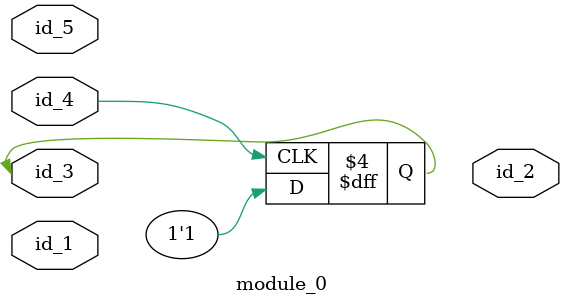
<source format=v>
module module_0 (
    id_1,
    id_2,
    id_3,
    id_4,
    id_5
);
  input id_5;
  inout id_4;
  inout id_3;
  output id_2;
  inout id_1;
  always @(posedge id_4) begin
    if (id_3) id_3 <= 1;
    else id_3 = 1;
  end
endmodule

</source>
